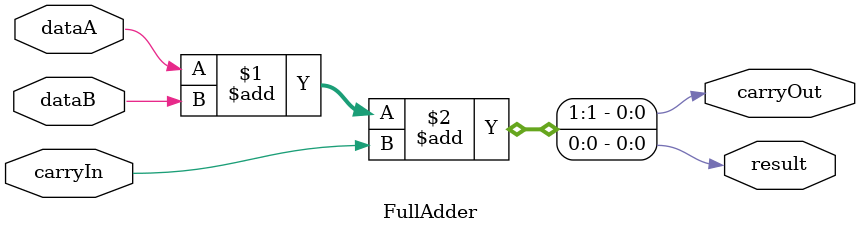
<source format=v>

/******************************************************************************
 ** Logisim-evolution goes FPGA automatic generated Verilog code             **
 ** https://github.com/logisim-evolution/                                    **
 **                                                                          **
 ** Component : FullAdder                                                    **
 **                                                                          **
 *****************************************************************************/

module FullAdder( carryIn,
                  carryOut,
                  dataA,
                  dataB,
                  result );

   /*******************************************************************************
   ** Here all module parameters are defined with a dummy value                  **
   *******************************************************************************/
   parameter extendedBits = 1;

   /*******************************************************************************
   ** The inputs are defined here                                                **
   *******************************************************************************/
   input carryIn;
   input dataA;
   input dataB;

   /*******************************************************************************
   ** The outputs are defined here                                               **
   *******************************************************************************/
   output carryOut;
   output result;

   /*******************************************************************************
   ** The wires are defined here                                                 **
   *******************************************************************************/
   wire [extendedBits-1:0] s_extendedDataA;
   wire [extendedBits-1:0] s_extendedDataB;
   wire [extendedBits-1:0] s_sumResult;

   /*******************************************************************************
   ** The module functionality is described here                                 **
   *******************************************************************************/
   assign   {carryOut, result} = dataA + dataB + carryIn;

endmodule

</source>
